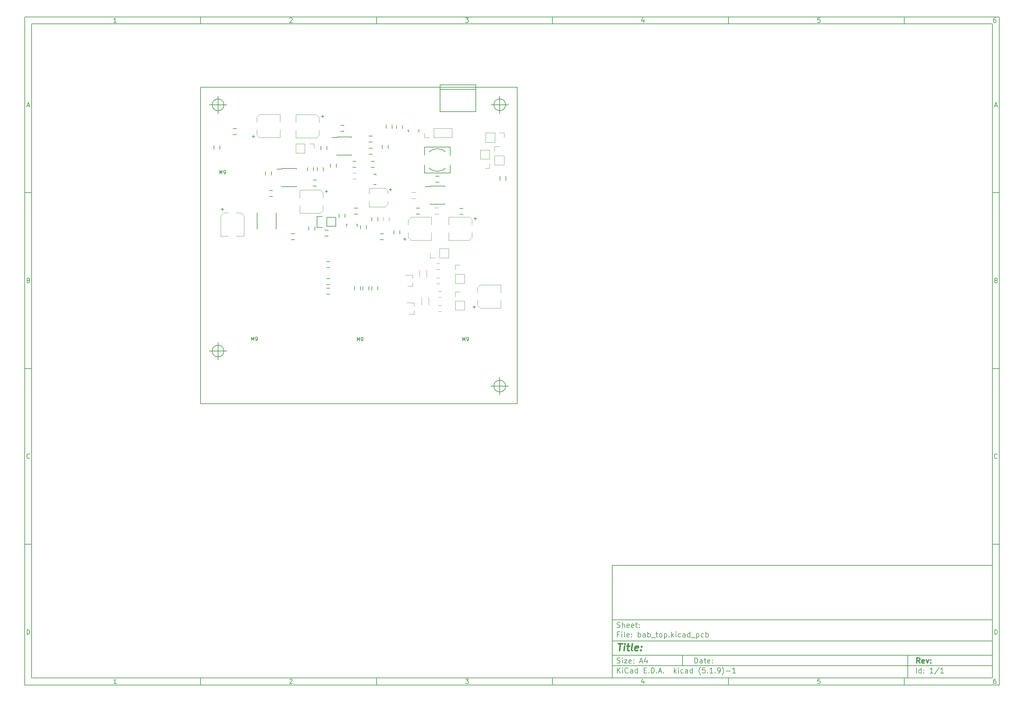
<source format=gbr>
G04 #@! TF.GenerationSoftware,KiCad,Pcbnew,(5.1.9)-1*
G04 #@! TF.CreationDate,2021-04-11T12:34:01+02:00*
G04 #@! TF.ProjectId,bab_top,6261625f-746f-4702-9e6b-696361645f70,rev?*
G04 #@! TF.SameCoordinates,Original*
G04 #@! TF.FileFunction,Legend,Top*
G04 #@! TF.FilePolarity,Positive*
%FSLAX46Y46*%
G04 Gerber Fmt 4.6, Leading zero omitted, Abs format (unit mm)*
G04 Created by KiCad (PCBNEW (5.1.9)-1) date 2021-04-11 12:34:01*
%MOMM*%
%LPD*%
G01*
G04 APERTURE LIST*
%ADD10C,0.100000*%
%ADD11C,0.150000*%
%ADD12C,0.300000*%
%ADD13C,0.400000*%
G04 #@! TA.AperFunction,Profile*
%ADD14C,0.150000*%
G04 #@! TD*
%ADD15C,0.120000*%
G04 APERTURE END LIST*
D10*
D11*
X177002200Y-166007200D02*
X177002200Y-198007200D01*
X285002200Y-198007200D01*
X285002200Y-166007200D01*
X177002200Y-166007200D01*
D10*
D11*
X10000000Y-10000000D02*
X10000000Y-200007200D01*
X287002200Y-200007200D01*
X287002200Y-10000000D01*
X10000000Y-10000000D01*
D10*
D11*
X12000000Y-12000000D02*
X12000000Y-198007200D01*
X285002200Y-198007200D01*
X285002200Y-12000000D01*
X12000000Y-12000000D01*
D10*
D11*
X60000000Y-12000000D02*
X60000000Y-10000000D01*
D10*
D11*
X110000000Y-12000000D02*
X110000000Y-10000000D01*
D10*
D11*
X160000000Y-12000000D02*
X160000000Y-10000000D01*
D10*
D11*
X210000000Y-12000000D02*
X210000000Y-10000000D01*
D10*
D11*
X260000000Y-12000000D02*
X260000000Y-10000000D01*
D10*
D11*
X36065476Y-11588095D02*
X35322619Y-11588095D01*
X35694047Y-11588095D02*
X35694047Y-10288095D01*
X35570238Y-10473809D01*
X35446428Y-10597619D01*
X35322619Y-10659523D01*
D10*
D11*
X85322619Y-10411904D02*
X85384523Y-10350000D01*
X85508333Y-10288095D01*
X85817857Y-10288095D01*
X85941666Y-10350000D01*
X86003571Y-10411904D01*
X86065476Y-10535714D01*
X86065476Y-10659523D01*
X86003571Y-10845238D01*
X85260714Y-11588095D01*
X86065476Y-11588095D01*
D10*
D11*
X135260714Y-10288095D02*
X136065476Y-10288095D01*
X135632142Y-10783333D01*
X135817857Y-10783333D01*
X135941666Y-10845238D01*
X136003571Y-10907142D01*
X136065476Y-11030952D01*
X136065476Y-11340476D01*
X136003571Y-11464285D01*
X135941666Y-11526190D01*
X135817857Y-11588095D01*
X135446428Y-11588095D01*
X135322619Y-11526190D01*
X135260714Y-11464285D01*
D10*
D11*
X185941666Y-10721428D02*
X185941666Y-11588095D01*
X185632142Y-10226190D02*
X185322619Y-11154761D01*
X186127380Y-11154761D01*
D10*
D11*
X236003571Y-10288095D02*
X235384523Y-10288095D01*
X235322619Y-10907142D01*
X235384523Y-10845238D01*
X235508333Y-10783333D01*
X235817857Y-10783333D01*
X235941666Y-10845238D01*
X236003571Y-10907142D01*
X236065476Y-11030952D01*
X236065476Y-11340476D01*
X236003571Y-11464285D01*
X235941666Y-11526190D01*
X235817857Y-11588095D01*
X235508333Y-11588095D01*
X235384523Y-11526190D01*
X235322619Y-11464285D01*
D10*
D11*
X285941666Y-10288095D02*
X285694047Y-10288095D01*
X285570238Y-10350000D01*
X285508333Y-10411904D01*
X285384523Y-10597619D01*
X285322619Y-10845238D01*
X285322619Y-11340476D01*
X285384523Y-11464285D01*
X285446428Y-11526190D01*
X285570238Y-11588095D01*
X285817857Y-11588095D01*
X285941666Y-11526190D01*
X286003571Y-11464285D01*
X286065476Y-11340476D01*
X286065476Y-11030952D01*
X286003571Y-10907142D01*
X285941666Y-10845238D01*
X285817857Y-10783333D01*
X285570238Y-10783333D01*
X285446428Y-10845238D01*
X285384523Y-10907142D01*
X285322619Y-11030952D01*
D10*
D11*
X60000000Y-198007200D02*
X60000000Y-200007200D01*
D10*
D11*
X110000000Y-198007200D02*
X110000000Y-200007200D01*
D10*
D11*
X160000000Y-198007200D02*
X160000000Y-200007200D01*
D10*
D11*
X210000000Y-198007200D02*
X210000000Y-200007200D01*
D10*
D11*
X260000000Y-198007200D02*
X260000000Y-200007200D01*
D10*
D11*
X36065476Y-199595295D02*
X35322619Y-199595295D01*
X35694047Y-199595295D02*
X35694047Y-198295295D01*
X35570238Y-198481009D01*
X35446428Y-198604819D01*
X35322619Y-198666723D01*
D10*
D11*
X85322619Y-198419104D02*
X85384523Y-198357200D01*
X85508333Y-198295295D01*
X85817857Y-198295295D01*
X85941666Y-198357200D01*
X86003571Y-198419104D01*
X86065476Y-198542914D01*
X86065476Y-198666723D01*
X86003571Y-198852438D01*
X85260714Y-199595295D01*
X86065476Y-199595295D01*
D10*
D11*
X135260714Y-198295295D02*
X136065476Y-198295295D01*
X135632142Y-198790533D01*
X135817857Y-198790533D01*
X135941666Y-198852438D01*
X136003571Y-198914342D01*
X136065476Y-199038152D01*
X136065476Y-199347676D01*
X136003571Y-199471485D01*
X135941666Y-199533390D01*
X135817857Y-199595295D01*
X135446428Y-199595295D01*
X135322619Y-199533390D01*
X135260714Y-199471485D01*
D10*
D11*
X185941666Y-198728628D02*
X185941666Y-199595295D01*
X185632142Y-198233390D02*
X185322619Y-199161961D01*
X186127380Y-199161961D01*
D10*
D11*
X236003571Y-198295295D02*
X235384523Y-198295295D01*
X235322619Y-198914342D01*
X235384523Y-198852438D01*
X235508333Y-198790533D01*
X235817857Y-198790533D01*
X235941666Y-198852438D01*
X236003571Y-198914342D01*
X236065476Y-199038152D01*
X236065476Y-199347676D01*
X236003571Y-199471485D01*
X235941666Y-199533390D01*
X235817857Y-199595295D01*
X235508333Y-199595295D01*
X235384523Y-199533390D01*
X235322619Y-199471485D01*
D10*
D11*
X285941666Y-198295295D02*
X285694047Y-198295295D01*
X285570238Y-198357200D01*
X285508333Y-198419104D01*
X285384523Y-198604819D01*
X285322619Y-198852438D01*
X285322619Y-199347676D01*
X285384523Y-199471485D01*
X285446428Y-199533390D01*
X285570238Y-199595295D01*
X285817857Y-199595295D01*
X285941666Y-199533390D01*
X286003571Y-199471485D01*
X286065476Y-199347676D01*
X286065476Y-199038152D01*
X286003571Y-198914342D01*
X285941666Y-198852438D01*
X285817857Y-198790533D01*
X285570238Y-198790533D01*
X285446428Y-198852438D01*
X285384523Y-198914342D01*
X285322619Y-199038152D01*
D10*
D11*
X10000000Y-60000000D02*
X12000000Y-60000000D01*
D10*
D11*
X10000000Y-110000000D02*
X12000000Y-110000000D01*
D10*
D11*
X10000000Y-160000000D02*
X12000000Y-160000000D01*
D10*
D11*
X10690476Y-35216666D02*
X11309523Y-35216666D01*
X10566666Y-35588095D02*
X11000000Y-34288095D01*
X11433333Y-35588095D01*
D10*
D11*
X11092857Y-84907142D02*
X11278571Y-84969047D01*
X11340476Y-85030952D01*
X11402380Y-85154761D01*
X11402380Y-85340476D01*
X11340476Y-85464285D01*
X11278571Y-85526190D01*
X11154761Y-85588095D01*
X10659523Y-85588095D01*
X10659523Y-84288095D01*
X11092857Y-84288095D01*
X11216666Y-84350000D01*
X11278571Y-84411904D01*
X11340476Y-84535714D01*
X11340476Y-84659523D01*
X11278571Y-84783333D01*
X11216666Y-84845238D01*
X11092857Y-84907142D01*
X10659523Y-84907142D01*
D10*
D11*
X11402380Y-135464285D02*
X11340476Y-135526190D01*
X11154761Y-135588095D01*
X11030952Y-135588095D01*
X10845238Y-135526190D01*
X10721428Y-135402380D01*
X10659523Y-135278571D01*
X10597619Y-135030952D01*
X10597619Y-134845238D01*
X10659523Y-134597619D01*
X10721428Y-134473809D01*
X10845238Y-134350000D01*
X11030952Y-134288095D01*
X11154761Y-134288095D01*
X11340476Y-134350000D01*
X11402380Y-134411904D01*
D10*
D11*
X10659523Y-185588095D02*
X10659523Y-184288095D01*
X10969047Y-184288095D01*
X11154761Y-184350000D01*
X11278571Y-184473809D01*
X11340476Y-184597619D01*
X11402380Y-184845238D01*
X11402380Y-185030952D01*
X11340476Y-185278571D01*
X11278571Y-185402380D01*
X11154761Y-185526190D01*
X10969047Y-185588095D01*
X10659523Y-185588095D01*
D10*
D11*
X287002200Y-60000000D02*
X285002200Y-60000000D01*
D10*
D11*
X287002200Y-110000000D02*
X285002200Y-110000000D01*
D10*
D11*
X287002200Y-160000000D02*
X285002200Y-160000000D01*
D10*
D11*
X285692676Y-35216666D02*
X286311723Y-35216666D01*
X285568866Y-35588095D02*
X286002200Y-34288095D01*
X286435533Y-35588095D01*
D10*
D11*
X286095057Y-84907142D02*
X286280771Y-84969047D01*
X286342676Y-85030952D01*
X286404580Y-85154761D01*
X286404580Y-85340476D01*
X286342676Y-85464285D01*
X286280771Y-85526190D01*
X286156961Y-85588095D01*
X285661723Y-85588095D01*
X285661723Y-84288095D01*
X286095057Y-84288095D01*
X286218866Y-84350000D01*
X286280771Y-84411904D01*
X286342676Y-84535714D01*
X286342676Y-84659523D01*
X286280771Y-84783333D01*
X286218866Y-84845238D01*
X286095057Y-84907142D01*
X285661723Y-84907142D01*
D10*
D11*
X286404580Y-135464285D02*
X286342676Y-135526190D01*
X286156961Y-135588095D01*
X286033152Y-135588095D01*
X285847438Y-135526190D01*
X285723628Y-135402380D01*
X285661723Y-135278571D01*
X285599819Y-135030952D01*
X285599819Y-134845238D01*
X285661723Y-134597619D01*
X285723628Y-134473809D01*
X285847438Y-134350000D01*
X286033152Y-134288095D01*
X286156961Y-134288095D01*
X286342676Y-134350000D01*
X286404580Y-134411904D01*
D10*
D11*
X285661723Y-185588095D02*
X285661723Y-184288095D01*
X285971247Y-184288095D01*
X286156961Y-184350000D01*
X286280771Y-184473809D01*
X286342676Y-184597619D01*
X286404580Y-184845238D01*
X286404580Y-185030952D01*
X286342676Y-185278571D01*
X286280771Y-185402380D01*
X286156961Y-185526190D01*
X285971247Y-185588095D01*
X285661723Y-185588095D01*
D10*
D11*
X200434342Y-193785771D02*
X200434342Y-192285771D01*
X200791485Y-192285771D01*
X201005771Y-192357200D01*
X201148628Y-192500057D01*
X201220057Y-192642914D01*
X201291485Y-192928628D01*
X201291485Y-193142914D01*
X201220057Y-193428628D01*
X201148628Y-193571485D01*
X201005771Y-193714342D01*
X200791485Y-193785771D01*
X200434342Y-193785771D01*
X202577200Y-193785771D02*
X202577200Y-193000057D01*
X202505771Y-192857200D01*
X202362914Y-192785771D01*
X202077200Y-192785771D01*
X201934342Y-192857200D01*
X202577200Y-193714342D02*
X202434342Y-193785771D01*
X202077200Y-193785771D01*
X201934342Y-193714342D01*
X201862914Y-193571485D01*
X201862914Y-193428628D01*
X201934342Y-193285771D01*
X202077200Y-193214342D01*
X202434342Y-193214342D01*
X202577200Y-193142914D01*
X203077200Y-192785771D02*
X203648628Y-192785771D01*
X203291485Y-192285771D02*
X203291485Y-193571485D01*
X203362914Y-193714342D01*
X203505771Y-193785771D01*
X203648628Y-193785771D01*
X204720057Y-193714342D02*
X204577200Y-193785771D01*
X204291485Y-193785771D01*
X204148628Y-193714342D01*
X204077200Y-193571485D01*
X204077200Y-193000057D01*
X204148628Y-192857200D01*
X204291485Y-192785771D01*
X204577200Y-192785771D01*
X204720057Y-192857200D01*
X204791485Y-193000057D01*
X204791485Y-193142914D01*
X204077200Y-193285771D01*
X205434342Y-193642914D02*
X205505771Y-193714342D01*
X205434342Y-193785771D01*
X205362914Y-193714342D01*
X205434342Y-193642914D01*
X205434342Y-193785771D01*
X205434342Y-192857200D02*
X205505771Y-192928628D01*
X205434342Y-193000057D01*
X205362914Y-192928628D01*
X205434342Y-192857200D01*
X205434342Y-193000057D01*
D10*
D11*
X177002200Y-194507200D02*
X285002200Y-194507200D01*
D10*
D11*
X178434342Y-196585771D02*
X178434342Y-195085771D01*
X179291485Y-196585771D02*
X178648628Y-195728628D01*
X179291485Y-195085771D02*
X178434342Y-195942914D01*
X179934342Y-196585771D02*
X179934342Y-195585771D01*
X179934342Y-195085771D02*
X179862914Y-195157200D01*
X179934342Y-195228628D01*
X180005771Y-195157200D01*
X179934342Y-195085771D01*
X179934342Y-195228628D01*
X181505771Y-196442914D02*
X181434342Y-196514342D01*
X181220057Y-196585771D01*
X181077200Y-196585771D01*
X180862914Y-196514342D01*
X180720057Y-196371485D01*
X180648628Y-196228628D01*
X180577200Y-195942914D01*
X180577200Y-195728628D01*
X180648628Y-195442914D01*
X180720057Y-195300057D01*
X180862914Y-195157200D01*
X181077200Y-195085771D01*
X181220057Y-195085771D01*
X181434342Y-195157200D01*
X181505771Y-195228628D01*
X182791485Y-196585771D02*
X182791485Y-195800057D01*
X182720057Y-195657200D01*
X182577200Y-195585771D01*
X182291485Y-195585771D01*
X182148628Y-195657200D01*
X182791485Y-196514342D02*
X182648628Y-196585771D01*
X182291485Y-196585771D01*
X182148628Y-196514342D01*
X182077200Y-196371485D01*
X182077200Y-196228628D01*
X182148628Y-196085771D01*
X182291485Y-196014342D01*
X182648628Y-196014342D01*
X182791485Y-195942914D01*
X184148628Y-196585771D02*
X184148628Y-195085771D01*
X184148628Y-196514342D02*
X184005771Y-196585771D01*
X183720057Y-196585771D01*
X183577200Y-196514342D01*
X183505771Y-196442914D01*
X183434342Y-196300057D01*
X183434342Y-195871485D01*
X183505771Y-195728628D01*
X183577200Y-195657200D01*
X183720057Y-195585771D01*
X184005771Y-195585771D01*
X184148628Y-195657200D01*
X186005771Y-195800057D02*
X186505771Y-195800057D01*
X186720057Y-196585771D02*
X186005771Y-196585771D01*
X186005771Y-195085771D01*
X186720057Y-195085771D01*
X187362914Y-196442914D02*
X187434342Y-196514342D01*
X187362914Y-196585771D01*
X187291485Y-196514342D01*
X187362914Y-196442914D01*
X187362914Y-196585771D01*
X188077200Y-196585771D02*
X188077200Y-195085771D01*
X188434342Y-195085771D01*
X188648628Y-195157200D01*
X188791485Y-195300057D01*
X188862914Y-195442914D01*
X188934342Y-195728628D01*
X188934342Y-195942914D01*
X188862914Y-196228628D01*
X188791485Y-196371485D01*
X188648628Y-196514342D01*
X188434342Y-196585771D01*
X188077200Y-196585771D01*
X189577200Y-196442914D02*
X189648628Y-196514342D01*
X189577200Y-196585771D01*
X189505771Y-196514342D01*
X189577200Y-196442914D01*
X189577200Y-196585771D01*
X190220057Y-196157200D02*
X190934342Y-196157200D01*
X190077200Y-196585771D02*
X190577200Y-195085771D01*
X191077200Y-196585771D01*
X191577200Y-196442914D02*
X191648628Y-196514342D01*
X191577200Y-196585771D01*
X191505771Y-196514342D01*
X191577200Y-196442914D01*
X191577200Y-196585771D01*
X194577200Y-196585771D02*
X194577200Y-195085771D01*
X194720057Y-196014342D02*
X195148628Y-196585771D01*
X195148628Y-195585771D02*
X194577200Y-196157200D01*
X195791485Y-196585771D02*
X195791485Y-195585771D01*
X195791485Y-195085771D02*
X195720057Y-195157200D01*
X195791485Y-195228628D01*
X195862914Y-195157200D01*
X195791485Y-195085771D01*
X195791485Y-195228628D01*
X197148628Y-196514342D02*
X197005771Y-196585771D01*
X196720057Y-196585771D01*
X196577200Y-196514342D01*
X196505771Y-196442914D01*
X196434342Y-196300057D01*
X196434342Y-195871485D01*
X196505771Y-195728628D01*
X196577200Y-195657200D01*
X196720057Y-195585771D01*
X197005771Y-195585771D01*
X197148628Y-195657200D01*
X198434342Y-196585771D02*
X198434342Y-195800057D01*
X198362914Y-195657200D01*
X198220057Y-195585771D01*
X197934342Y-195585771D01*
X197791485Y-195657200D01*
X198434342Y-196514342D02*
X198291485Y-196585771D01*
X197934342Y-196585771D01*
X197791485Y-196514342D01*
X197720057Y-196371485D01*
X197720057Y-196228628D01*
X197791485Y-196085771D01*
X197934342Y-196014342D01*
X198291485Y-196014342D01*
X198434342Y-195942914D01*
X199791485Y-196585771D02*
X199791485Y-195085771D01*
X199791485Y-196514342D02*
X199648628Y-196585771D01*
X199362914Y-196585771D01*
X199220057Y-196514342D01*
X199148628Y-196442914D01*
X199077200Y-196300057D01*
X199077200Y-195871485D01*
X199148628Y-195728628D01*
X199220057Y-195657200D01*
X199362914Y-195585771D01*
X199648628Y-195585771D01*
X199791485Y-195657200D01*
X202077200Y-197157200D02*
X202005771Y-197085771D01*
X201862914Y-196871485D01*
X201791485Y-196728628D01*
X201720057Y-196514342D01*
X201648628Y-196157200D01*
X201648628Y-195871485D01*
X201720057Y-195514342D01*
X201791485Y-195300057D01*
X201862914Y-195157200D01*
X202005771Y-194942914D01*
X202077200Y-194871485D01*
X203362914Y-195085771D02*
X202648628Y-195085771D01*
X202577200Y-195800057D01*
X202648628Y-195728628D01*
X202791485Y-195657200D01*
X203148628Y-195657200D01*
X203291485Y-195728628D01*
X203362914Y-195800057D01*
X203434342Y-195942914D01*
X203434342Y-196300057D01*
X203362914Y-196442914D01*
X203291485Y-196514342D01*
X203148628Y-196585771D01*
X202791485Y-196585771D01*
X202648628Y-196514342D01*
X202577200Y-196442914D01*
X204077200Y-196442914D02*
X204148628Y-196514342D01*
X204077200Y-196585771D01*
X204005771Y-196514342D01*
X204077200Y-196442914D01*
X204077200Y-196585771D01*
X205577200Y-196585771D02*
X204720057Y-196585771D01*
X205148628Y-196585771D02*
X205148628Y-195085771D01*
X205005771Y-195300057D01*
X204862914Y-195442914D01*
X204720057Y-195514342D01*
X206220057Y-196442914D02*
X206291485Y-196514342D01*
X206220057Y-196585771D01*
X206148628Y-196514342D01*
X206220057Y-196442914D01*
X206220057Y-196585771D01*
X207005771Y-196585771D02*
X207291485Y-196585771D01*
X207434342Y-196514342D01*
X207505771Y-196442914D01*
X207648628Y-196228628D01*
X207720057Y-195942914D01*
X207720057Y-195371485D01*
X207648628Y-195228628D01*
X207577200Y-195157200D01*
X207434342Y-195085771D01*
X207148628Y-195085771D01*
X207005771Y-195157200D01*
X206934342Y-195228628D01*
X206862914Y-195371485D01*
X206862914Y-195728628D01*
X206934342Y-195871485D01*
X207005771Y-195942914D01*
X207148628Y-196014342D01*
X207434342Y-196014342D01*
X207577200Y-195942914D01*
X207648628Y-195871485D01*
X207720057Y-195728628D01*
X208220057Y-197157200D02*
X208291485Y-197085771D01*
X208434342Y-196871485D01*
X208505771Y-196728628D01*
X208577200Y-196514342D01*
X208648628Y-196157200D01*
X208648628Y-195871485D01*
X208577200Y-195514342D01*
X208505771Y-195300057D01*
X208434342Y-195157200D01*
X208291485Y-194942914D01*
X208220057Y-194871485D01*
X209362914Y-196014342D02*
X210505771Y-196014342D01*
X212005771Y-196585771D02*
X211148628Y-196585771D01*
X211577200Y-196585771D02*
X211577200Y-195085771D01*
X211434342Y-195300057D01*
X211291485Y-195442914D01*
X211148628Y-195514342D01*
D10*
D11*
X177002200Y-191507200D02*
X285002200Y-191507200D01*
D10*
D12*
X264411485Y-193785771D02*
X263911485Y-193071485D01*
X263554342Y-193785771D02*
X263554342Y-192285771D01*
X264125771Y-192285771D01*
X264268628Y-192357200D01*
X264340057Y-192428628D01*
X264411485Y-192571485D01*
X264411485Y-192785771D01*
X264340057Y-192928628D01*
X264268628Y-193000057D01*
X264125771Y-193071485D01*
X263554342Y-193071485D01*
X265625771Y-193714342D02*
X265482914Y-193785771D01*
X265197200Y-193785771D01*
X265054342Y-193714342D01*
X264982914Y-193571485D01*
X264982914Y-193000057D01*
X265054342Y-192857200D01*
X265197200Y-192785771D01*
X265482914Y-192785771D01*
X265625771Y-192857200D01*
X265697200Y-193000057D01*
X265697200Y-193142914D01*
X264982914Y-193285771D01*
X266197200Y-192785771D02*
X266554342Y-193785771D01*
X266911485Y-192785771D01*
X267482914Y-193642914D02*
X267554342Y-193714342D01*
X267482914Y-193785771D01*
X267411485Y-193714342D01*
X267482914Y-193642914D01*
X267482914Y-193785771D01*
X267482914Y-192857200D02*
X267554342Y-192928628D01*
X267482914Y-193000057D01*
X267411485Y-192928628D01*
X267482914Y-192857200D01*
X267482914Y-193000057D01*
D10*
D11*
X178362914Y-193714342D02*
X178577200Y-193785771D01*
X178934342Y-193785771D01*
X179077200Y-193714342D01*
X179148628Y-193642914D01*
X179220057Y-193500057D01*
X179220057Y-193357200D01*
X179148628Y-193214342D01*
X179077200Y-193142914D01*
X178934342Y-193071485D01*
X178648628Y-193000057D01*
X178505771Y-192928628D01*
X178434342Y-192857200D01*
X178362914Y-192714342D01*
X178362914Y-192571485D01*
X178434342Y-192428628D01*
X178505771Y-192357200D01*
X178648628Y-192285771D01*
X179005771Y-192285771D01*
X179220057Y-192357200D01*
X179862914Y-193785771D02*
X179862914Y-192785771D01*
X179862914Y-192285771D02*
X179791485Y-192357200D01*
X179862914Y-192428628D01*
X179934342Y-192357200D01*
X179862914Y-192285771D01*
X179862914Y-192428628D01*
X180434342Y-192785771D02*
X181220057Y-192785771D01*
X180434342Y-193785771D01*
X181220057Y-193785771D01*
X182362914Y-193714342D02*
X182220057Y-193785771D01*
X181934342Y-193785771D01*
X181791485Y-193714342D01*
X181720057Y-193571485D01*
X181720057Y-193000057D01*
X181791485Y-192857200D01*
X181934342Y-192785771D01*
X182220057Y-192785771D01*
X182362914Y-192857200D01*
X182434342Y-193000057D01*
X182434342Y-193142914D01*
X181720057Y-193285771D01*
X183077200Y-193642914D02*
X183148628Y-193714342D01*
X183077200Y-193785771D01*
X183005771Y-193714342D01*
X183077200Y-193642914D01*
X183077200Y-193785771D01*
X183077200Y-192857200D02*
X183148628Y-192928628D01*
X183077200Y-193000057D01*
X183005771Y-192928628D01*
X183077200Y-192857200D01*
X183077200Y-193000057D01*
X184862914Y-193357200D02*
X185577200Y-193357200D01*
X184720057Y-193785771D02*
X185220057Y-192285771D01*
X185720057Y-193785771D01*
X186862914Y-192785771D02*
X186862914Y-193785771D01*
X186505771Y-192214342D02*
X186148628Y-193285771D01*
X187077200Y-193285771D01*
D10*
D11*
X263434342Y-196585771D02*
X263434342Y-195085771D01*
X264791485Y-196585771D02*
X264791485Y-195085771D01*
X264791485Y-196514342D02*
X264648628Y-196585771D01*
X264362914Y-196585771D01*
X264220057Y-196514342D01*
X264148628Y-196442914D01*
X264077200Y-196300057D01*
X264077200Y-195871485D01*
X264148628Y-195728628D01*
X264220057Y-195657200D01*
X264362914Y-195585771D01*
X264648628Y-195585771D01*
X264791485Y-195657200D01*
X265505771Y-196442914D02*
X265577200Y-196514342D01*
X265505771Y-196585771D01*
X265434342Y-196514342D01*
X265505771Y-196442914D01*
X265505771Y-196585771D01*
X265505771Y-195657200D02*
X265577200Y-195728628D01*
X265505771Y-195800057D01*
X265434342Y-195728628D01*
X265505771Y-195657200D01*
X265505771Y-195800057D01*
X268148628Y-196585771D02*
X267291485Y-196585771D01*
X267720057Y-196585771D02*
X267720057Y-195085771D01*
X267577200Y-195300057D01*
X267434342Y-195442914D01*
X267291485Y-195514342D01*
X269862914Y-195014342D02*
X268577200Y-196942914D01*
X271148628Y-196585771D02*
X270291485Y-196585771D01*
X270720057Y-196585771D02*
X270720057Y-195085771D01*
X270577200Y-195300057D01*
X270434342Y-195442914D01*
X270291485Y-195514342D01*
D10*
D11*
X177002200Y-187507200D02*
X285002200Y-187507200D01*
D10*
D13*
X178714580Y-188211961D02*
X179857438Y-188211961D01*
X179036009Y-190211961D02*
X179286009Y-188211961D01*
X180274104Y-190211961D02*
X180440771Y-188878628D01*
X180524104Y-188211961D02*
X180416961Y-188307200D01*
X180500295Y-188402438D01*
X180607438Y-188307200D01*
X180524104Y-188211961D01*
X180500295Y-188402438D01*
X181107438Y-188878628D02*
X181869342Y-188878628D01*
X181476485Y-188211961D02*
X181262200Y-189926247D01*
X181333628Y-190116723D01*
X181512200Y-190211961D01*
X181702676Y-190211961D01*
X182655057Y-190211961D02*
X182476485Y-190116723D01*
X182405057Y-189926247D01*
X182619342Y-188211961D01*
X184190771Y-190116723D02*
X183988390Y-190211961D01*
X183607438Y-190211961D01*
X183428866Y-190116723D01*
X183357438Y-189926247D01*
X183452676Y-189164342D01*
X183571723Y-188973866D01*
X183774104Y-188878628D01*
X184155057Y-188878628D01*
X184333628Y-188973866D01*
X184405057Y-189164342D01*
X184381247Y-189354819D01*
X183405057Y-189545295D01*
X185155057Y-190021485D02*
X185238390Y-190116723D01*
X185131247Y-190211961D01*
X185047914Y-190116723D01*
X185155057Y-190021485D01*
X185131247Y-190211961D01*
X185286009Y-188973866D02*
X185369342Y-189069104D01*
X185262200Y-189164342D01*
X185178866Y-189069104D01*
X185286009Y-188973866D01*
X185262200Y-189164342D01*
D10*
D11*
X178934342Y-185600057D02*
X178434342Y-185600057D01*
X178434342Y-186385771D02*
X178434342Y-184885771D01*
X179148628Y-184885771D01*
X179720057Y-186385771D02*
X179720057Y-185385771D01*
X179720057Y-184885771D02*
X179648628Y-184957200D01*
X179720057Y-185028628D01*
X179791485Y-184957200D01*
X179720057Y-184885771D01*
X179720057Y-185028628D01*
X180648628Y-186385771D02*
X180505771Y-186314342D01*
X180434342Y-186171485D01*
X180434342Y-184885771D01*
X181791485Y-186314342D02*
X181648628Y-186385771D01*
X181362914Y-186385771D01*
X181220057Y-186314342D01*
X181148628Y-186171485D01*
X181148628Y-185600057D01*
X181220057Y-185457200D01*
X181362914Y-185385771D01*
X181648628Y-185385771D01*
X181791485Y-185457200D01*
X181862914Y-185600057D01*
X181862914Y-185742914D01*
X181148628Y-185885771D01*
X182505771Y-186242914D02*
X182577200Y-186314342D01*
X182505771Y-186385771D01*
X182434342Y-186314342D01*
X182505771Y-186242914D01*
X182505771Y-186385771D01*
X182505771Y-185457200D02*
X182577200Y-185528628D01*
X182505771Y-185600057D01*
X182434342Y-185528628D01*
X182505771Y-185457200D01*
X182505771Y-185600057D01*
X184362914Y-186385771D02*
X184362914Y-184885771D01*
X184362914Y-185457200D02*
X184505771Y-185385771D01*
X184791485Y-185385771D01*
X184934342Y-185457200D01*
X185005771Y-185528628D01*
X185077200Y-185671485D01*
X185077200Y-186100057D01*
X185005771Y-186242914D01*
X184934342Y-186314342D01*
X184791485Y-186385771D01*
X184505771Y-186385771D01*
X184362914Y-186314342D01*
X186362914Y-186385771D02*
X186362914Y-185600057D01*
X186291485Y-185457200D01*
X186148628Y-185385771D01*
X185862914Y-185385771D01*
X185720057Y-185457200D01*
X186362914Y-186314342D02*
X186220057Y-186385771D01*
X185862914Y-186385771D01*
X185720057Y-186314342D01*
X185648628Y-186171485D01*
X185648628Y-186028628D01*
X185720057Y-185885771D01*
X185862914Y-185814342D01*
X186220057Y-185814342D01*
X186362914Y-185742914D01*
X187077200Y-186385771D02*
X187077200Y-184885771D01*
X187077200Y-185457200D02*
X187220057Y-185385771D01*
X187505771Y-185385771D01*
X187648628Y-185457200D01*
X187720057Y-185528628D01*
X187791485Y-185671485D01*
X187791485Y-186100057D01*
X187720057Y-186242914D01*
X187648628Y-186314342D01*
X187505771Y-186385771D01*
X187220057Y-186385771D01*
X187077200Y-186314342D01*
X188077200Y-186528628D02*
X189220057Y-186528628D01*
X189362914Y-185385771D02*
X189934342Y-185385771D01*
X189577200Y-184885771D02*
X189577200Y-186171485D01*
X189648628Y-186314342D01*
X189791485Y-186385771D01*
X189934342Y-186385771D01*
X190648628Y-186385771D02*
X190505771Y-186314342D01*
X190434342Y-186242914D01*
X190362914Y-186100057D01*
X190362914Y-185671485D01*
X190434342Y-185528628D01*
X190505771Y-185457200D01*
X190648628Y-185385771D01*
X190862914Y-185385771D01*
X191005771Y-185457200D01*
X191077200Y-185528628D01*
X191148628Y-185671485D01*
X191148628Y-186100057D01*
X191077200Y-186242914D01*
X191005771Y-186314342D01*
X190862914Y-186385771D01*
X190648628Y-186385771D01*
X191791485Y-185385771D02*
X191791485Y-186885771D01*
X191791485Y-185457200D02*
X191934342Y-185385771D01*
X192220057Y-185385771D01*
X192362914Y-185457200D01*
X192434342Y-185528628D01*
X192505771Y-185671485D01*
X192505771Y-186100057D01*
X192434342Y-186242914D01*
X192362914Y-186314342D01*
X192220057Y-186385771D01*
X191934342Y-186385771D01*
X191791485Y-186314342D01*
X193148628Y-186242914D02*
X193220057Y-186314342D01*
X193148628Y-186385771D01*
X193077200Y-186314342D01*
X193148628Y-186242914D01*
X193148628Y-186385771D01*
X193862914Y-186385771D02*
X193862914Y-184885771D01*
X194005771Y-185814342D02*
X194434342Y-186385771D01*
X194434342Y-185385771D02*
X193862914Y-185957200D01*
X195077200Y-186385771D02*
X195077200Y-185385771D01*
X195077200Y-184885771D02*
X195005771Y-184957200D01*
X195077200Y-185028628D01*
X195148628Y-184957200D01*
X195077200Y-184885771D01*
X195077200Y-185028628D01*
X196434342Y-186314342D02*
X196291485Y-186385771D01*
X196005771Y-186385771D01*
X195862914Y-186314342D01*
X195791485Y-186242914D01*
X195720057Y-186100057D01*
X195720057Y-185671485D01*
X195791485Y-185528628D01*
X195862914Y-185457200D01*
X196005771Y-185385771D01*
X196291485Y-185385771D01*
X196434342Y-185457200D01*
X197720057Y-186385771D02*
X197720057Y-185600057D01*
X197648628Y-185457200D01*
X197505771Y-185385771D01*
X197220057Y-185385771D01*
X197077200Y-185457200D01*
X197720057Y-186314342D02*
X197577200Y-186385771D01*
X197220057Y-186385771D01*
X197077200Y-186314342D01*
X197005771Y-186171485D01*
X197005771Y-186028628D01*
X197077200Y-185885771D01*
X197220057Y-185814342D01*
X197577200Y-185814342D01*
X197720057Y-185742914D01*
X199077200Y-186385771D02*
X199077200Y-184885771D01*
X199077200Y-186314342D02*
X198934342Y-186385771D01*
X198648628Y-186385771D01*
X198505771Y-186314342D01*
X198434342Y-186242914D01*
X198362914Y-186100057D01*
X198362914Y-185671485D01*
X198434342Y-185528628D01*
X198505771Y-185457200D01*
X198648628Y-185385771D01*
X198934342Y-185385771D01*
X199077200Y-185457200D01*
X199434342Y-186528628D02*
X200577200Y-186528628D01*
X200934342Y-185385771D02*
X200934342Y-186885771D01*
X200934342Y-185457200D02*
X201077200Y-185385771D01*
X201362914Y-185385771D01*
X201505771Y-185457200D01*
X201577200Y-185528628D01*
X201648628Y-185671485D01*
X201648628Y-186100057D01*
X201577200Y-186242914D01*
X201505771Y-186314342D01*
X201362914Y-186385771D01*
X201077200Y-186385771D01*
X200934342Y-186314342D01*
X202934342Y-186314342D02*
X202791485Y-186385771D01*
X202505771Y-186385771D01*
X202362914Y-186314342D01*
X202291485Y-186242914D01*
X202220057Y-186100057D01*
X202220057Y-185671485D01*
X202291485Y-185528628D01*
X202362914Y-185457200D01*
X202505771Y-185385771D01*
X202791485Y-185385771D01*
X202934342Y-185457200D01*
X203577200Y-186385771D02*
X203577200Y-184885771D01*
X203577200Y-185457200D02*
X203720057Y-185385771D01*
X204005771Y-185385771D01*
X204148628Y-185457200D01*
X204220057Y-185528628D01*
X204291485Y-185671485D01*
X204291485Y-186100057D01*
X204220057Y-186242914D01*
X204148628Y-186314342D01*
X204005771Y-186385771D01*
X203720057Y-186385771D01*
X203577200Y-186314342D01*
D10*
D11*
X177002200Y-181507200D02*
X285002200Y-181507200D01*
D10*
D11*
X178362914Y-183614342D02*
X178577200Y-183685771D01*
X178934342Y-183685771D01*
X179077200Y-183614342D01*
X179148628Y-183542914D01*
X179220057Y-183400057D01*
X179220057Y-183257200D01*
X179148628Y-183114342D01*
X179077200Y-183042914D01*
X178934342Y-182971485D01*
X178648628Y-182900057D01*
X178505771Y-182828628D01*
X178434342Y-182757200D01*
X178362914Y-182614342D01*
X178362914Y-182471485D01*
X178434342Y-182328628D01*
X178505771Y-182257200D01*
X178648628Y-182185771D01*
X179005771Y-182185771D01*
X179220057Y-182257200D01*
X179862914Y-183685771D02*
X179862914Y-182185771D01*
X180505771Y-183685771D02*
X180505771Y-182900057D01*
X180434342Y-182757200D01*
X180291485Y-182685771D01*
X180077200Y-182685771D01*
X179934342Y-182757200D01*
X179862914Y-182828628D01*
X181791485Y-183614342D02*
X181648628Y-183685771D01*
X181362914Y-183685771D01*
X181220057Y-183614342D01*
X181148628Y-183471485D01*
X181148628Y-182900057D01*
X181220057Y-182757200D01*
X181362914Y-182685771D01*
X181648628Y-182685771D01*
X181791485Y-182757200D01*
X181862914Y-182900057D01*
X181862914Y-183042914D01*
X181148628Y-183185771D01*
X183077200Y-183614342D02*
X182934342Y-183685771D01*
X182648628Y-183685771D01*
X182505771Y-183614342D01*
X182434342Y-183471485D01*
X182434342Y-182900057D01*
X182505771Y-182757200D01*
X182648628Y-182685771D01*
X182934342Y-182685771D01*
X183077200Y-182757200D01*
X183148628Y-182900057D01*
X183148628Y-183042914D01*
X182434342Y-183185771D01*
X183577200Y-182685771D02*
X184148628Y-182685771D01*
X183791485Y-182185771D02*
X183791485Y-183471485D01*
X183862914Y-183614342D01*
X184005771Y-183685771D01*
X184148628Y-183685771D01*
X184648628Y-183542914D02*
X184720057Y-183614342D01*
X184648628Y-183685771D01*
X184577200Y-183614342D01*
X184648628Y-183542914D01*
X184648628Y-183685771D01*
X184648628Y-182757200D02*
X184720057Y-182828628D01*
X184648628Y-182900057D01*
X184577200Y-182828628D01*
X184648628Y-182757200D01*
X184648628Y-182900057D01*
D10*
D11*
X197002200Y-191507200D02*
X197002200Y-194507200D01*
D10*
D11*
X261002200Y-191507200D02*
X261002200Y-198007200D01*
D14*
X150000000Y-30000000D02*
X150000000Y-120000000D01*
X60000000Y-30000000D02*
X60000000Y-120000000D01*
X150000000Y-30000000D02*
X60000000Y-30000000D01*
X60000000Y-120000000D02*
X150000000Y-120000000D01*
X146666666Y-115000000D02*
G75*
G03*
X146666666Y-115000000I-1666666J0D01*
G01*
X142500000Y-115000000D02*
X147500000Y-115000000D01*
X145000000Y-112500000D02*
X145000000Y-117500000D01*
X66633903Y-35008759D02*
G75*
G03*
X66633903Y-35008759I-1666666J0D01*
G01*
X62467237Y-35008759D02*
X67467237Y-35008759D01*
X64967237Y-32508759D02*
X64967237Y-37508759D01*
X66605474Y-105026938D02*
G75*
G03*
X66605474Y-105026938I-1666666J0D01*
G01*
X62438808Y-105026938D02*
X67438808Y-105026938D01*
X64938808Y-102526938D02*
X64938808Y-107526938D01*
X146666666Y-34989010D02*
G75*
G03*
X146666666Y-34989010I-1666666J0D01*
G01*
X142500000Y-34989010D02*
X147500000Y-34989010D01*
X145000000Y-32489010D02*
X145000000Y-37489010D01*
D15*
X94040000Y-65800000D02*
X88200000Y-65800000D01*
X94800000Y-65040000D02*
X94040000Y-65800000D01*
X94040000Y-59200000D02*
X94800000Y-59960000D01*
X88200000Y-59200000D02*
X94040000Y-59200000D01*
X94800000Y-65040000D02*
X94800000Y-63620000D01*
X88200000Y-65800000D02*
X88200000Y-63620000D01*
X88200000Y-59200000D02*
X88200000Y-61380000D01*
X94800000Y-59960000D02*
X94800000Y-61380000D01*
D11*
X138180000Y-29290000D02*
X128020000Y-29290000D01*
X138180000Y-36910000D02*
X138180000Y-29290000D01*
X128020000Y-36910000D02*
X138180000Y-36910000D01*
X128020000Y-29290000D02*
X128020000Y-36910000D01*
X128020000Y-30560000D02*
X138180000Y-30560000D01*
X96750000Y-79650000D02*
X95750000Y-79650000D01*
X95750000Y-81350000D02*
X96750000Y-81350000D01*
X110323381Y-87667265D02*
X110323381Y-86667265D01*
X108623381Y-86667265D02*
X108623381Y-87667265D01*
X81475000Y-70300000D02*
X81475000Y-65700000D01*
X76025000Y-65700000D02*
X76025000Y-70300000D01*
X78400000Y-54000000D02*
X78400000Y-55000000D01*
X80100000Y-55000000D02*
X80100000Y-54000000D01*
X93150000Y-52750000D02*
X93150000Y-53750000D01*
X94850000Y-53750000D02*
X94850000Y-52750000D01*
X117350000Y-41800000D02*
X117350000Y-40800000D01*
X115650000Y-40800000D02*
X115650000Y-41800000D01*
X134600000Y-64450000D02*
X133600000Y-64450000D01*
X133600000Y-66150000D02*
X134600000Y-66150000D01*
X126800000Y-57050000D02*
X127800000Y-57050000D01*
X127800000Y-55350000D02*
X126800000Y-55350000D01*
X121300000Y-66050000D02*
X122300000Y-66050000D01*
X122300000Y-64350000D02*
X121300000Y-64350000D01*
X130950000Y-54350000D02*
X123650000Y-54350000D01*
X123650000Y-47050000D02*
X130950000Y-47050000D01*
X130950000Y-54350000D02*
X130950000Y-52100000D01*
X130950000Y-47050000D02*
X130950000Y-49300000D01*
X123650000Y-54350000D02*
X123650000Y-52100000D01*
X123650000Y-47050000D02*
X123650000Y-49300000D01*
X129586000Y-48414000D02*
G75*
G03*
X125014000Y-48414000I-2286000J-2286000D01*
G01*
X125014000Y-52986000D02*
G75*
G03*
X129586000Y-52986000I2286000J2286000D01*
G01*
X103773381Y-86617265D02*
X103773381Y-87617265D01*
X105473381Y-87617265D02*
X105473381Y-86617265D01*
X107823381Y-87667265D02*
X107823381Y-86667265D01*
X106123381Y-86667265D02*
X106123381Y-87667265D01*
X86750000Y-71650000D02*
X85750000Y-71650000D01*
X85750000Y-73350000D02*
X86750000Y-73350000D01*
X80500000Y-59400000D02*
X79500000Y-59400000D01*
X79500000Y-61100000D02*
X80500000Y-61100000D01*
X100800000Y-40850000D02*
X99800000Y-40850000D01*
X99800000Y-42550000D02*
X100800000Y-42550000D01*
X94150000Y-46750000D02*
X94150000Y-47750000D01*
X95850000Y-47750000D02*
X95850000Y-46750000D01*
X65450000Y-47600000D02*
X65450000Y-46600000D01*
X63750000Y-46600000D02*
X63750000Y-47600000D01*
X70200000Y-41750000D02*
X69200000Y-41750000D01*
X69200000Y-43450000D02*
X70200000Y-43450000D01*
X90400000Y-52750000D02*
X90400000Y-53750000D01*
X92100000Y-53750000D02*
X92100000Y-52750000D01*
X92000000Y-58100000D02*
X93000000Y-58100000D01*
X93000000Y-56400000D02*
X92000000Y-56400000D01*
X103200000Y-52750000D02*
X104200000Y-52750000D01*
X104200000Y-51050000D02*
X103200000Y-51050000D01*
X108400000Y-52750000D02*
X109400000Y-52750000D01*
X109400000Y-51050000D02*
X108400000Y-51050000D01*
X111650000Y-46400000D02*
X111650000Y-47400000D01*
X113350000Y-47400000D02*
X113350000Y-46400000D01*
X107800000Y-49050000D02*
X108800000Y-49050000D01*
X108800000Y-47350000D02*
X107800000Y-47350000D01*
X108800000Y-43850000D02*
X107800000Y-43850000D01*
X107800000Y-45550000D02*
X108800000Y-45550000D01*
X114450000Y-41700000D02*
X114450000Y-40700000D01*
X112750000Y-40700000D02*
X112750000Y-41700000D01*
X83125000Y-53270000D02*
X81725000Y-53270000D01*
X83125000Y-58275000D02*
X87275000Y-58275000D01*
X83125000Y-53125000D02*
X87275000Y-53125000D01*
X83125000Y-58275000D02*
X83125000Y-58130000D01*
X87275000Y-58275000D02*
X87275000Y-58130000D01*
X87275000Y-53125000D02*
X87275000Y-53270000D01*
X83125000Y-53125000D02*
X83125000Y-53270000D01*
X98725000Y-44270000D02*
X97325000Y-44270000D01*
X98725000Y-49275000D02*
X102875000Y-49275000D01*
X98725000Y-44125000D02*
X102875000Y-44125000D01*
X98725000Y-49275000D02*
X98725000Y-49130000D01*
X102875000Y-49275000D02*
X102875000Y-49130000D01*
X102875000Y-44125000D02*
X102875000Y-44270000D01*
X98725000Y-44125000D02*
X98725000Y-44270000D01*
X125225000Y-58270000D02*
X123825000Y-58270000D01*
X125225000Y-63275000D02*
X129375000Y-63275000D01*
X125225000Y-58125000D02*
X129375000Y-58125000D01*
X125225000Y-63275000D02*
X125225000Y-63130000D01*
X129375000Y-63275000D02*
X129375000Y-63130000D01*
X129375000Y-58125000D02*
X129375000Y-58270000D01*
X125225000Y-58125000D02*
X125225000Y-58270000D01*
X145025000Y-56500000D02*
X145025000Y-55300000D01*
X146775000Y-55300000D02*
X146775000Y-56500000D01*
X90750000Y-69600000D02*
X90750000Y-70600000D01*
X92450000Y-70600000D02*
X92450000Y-69600000D01*
X112000000Y-71650000D02*
X111000000Y-71650000D01*
X111000000Y-73350000D02*
X112000000Y-73350000D01*
X98410000Y-69570000D02*
X98410000Y-67030000D01*
X95870000Y-69570000D02*
X98410000Y-69570000D01*
X93050000Y-69850000D02*
X93050000Y-66750000D01*
X94600000Y-69850000D02*
X93050000Y-69850000D01*
X95870000Y-67030000D02*
X95870000Y-69570000D01*
X93050000Y-66750000D02*
X94600000Y-66750000D01*
X95870000Y-67030000D02*
X98410000Y-67030000D01*
X104499820Y-68949760D02*
X104499820Y-69650800D01*
X104299160Y-68949760D02*
X104499820Y-68949760D01*
X101500180Y-68949760D02*
X101749100Y-68949760D01*
X101500180Y-69650800D02*
X101500180Y-68949760D01*
X95300000Y-72350000D02*
X96300000Y-72350000D01*
X96300000Y-70650000D02*
X95300000Y-70650000D01*
X101050000Y-67000000D02*
X101050000Y-66000000D01*
X99350000Y-66000000D02*
X99350000Y-67000000D01*
X103700000Y-66050000D02*
X104700000Y-66050000D01*
X104700000Y-64350000D02*
X103700000Y-64350000D01*
X107150000Y-70300000D02*
X107150000Y-69300000D01*
X105450000Y-69300000D02*
X105450000Y-70300000D01*
X116600000Y-71750000D02*
X116600000Y-70750000D01*
X114900000Y-70750000D02*
X114900000Y-71750000D01*
X98600000Y-52750000D02*
X98600000Y-51750000D01*
X96900000Y-51750000D02*
X96900000Y-52750000D01*
X108650000Y-67000000D02*
X108650000Y-68000000D01*
X110350000Y-68000000D02*
X110350000Y-67000000D01*
X96750000Y-84400000D02*
X95750000Y-84400000D01*
X95750000Y-86100000D02*
X96750000Y-86100000D01*
X96750000Y-87150000D02*
X95750000Y-87150000D01*
X95750000Y-88850000D02*
X96750000Y-88850000D01*
X109850240Y-57699820D02*
X109149200Y-57699820D01*
X109850240Y-57499160D02*
X109850240Y-57699820D01*
X109850240Y-54700180D02*
X109850240Y-54949100D01*
X109149200Y-54700180D02*
X109850240Y-54700180D01*
X119000180Y-42650240D02*
X119000180Y-41949200D01*
X119200840Y-42650240D02*
X119000180Y-42650240D01*
X121999820Y-42650240D02*
X121750900Y-42650240D01*
X121999820Y-41949200D02*
X121999820Y-42650240D01*
D15*
X104250000Y-54400000D02*
X103250000Y-54400000D01*
X103250000Y-56100000D02*
X104250000Y-56100000D01*
X113600000Y-68000000D02*
X113600000Y-67000000D01*
X111900000Y-67000000D02*
X111900000Y-68000000D01*
X123670000Y-44330000D02*
X123670000Y-43000000D01*
X125000000Y-44330000D02*
X123670000Y-44330000D01*
X126270000Y-44330000D02*
X126270000Y-41670000D01*
X126270000Y-41670000D02*
X131410000Y-41670000D01*
X126270000Y-44330000D02*
X131410000Y-44330000D01*
X131410000Y-44330000D02*
X131410000Y-41670000D01*
X124820000Y-91900000D02*
X124820000Y-89900000D01*
X122780000Y-89900000D02*
X122780000Y-91900000D01*
X128500000Y-88050000D02*
X127500000Y-88050000D01*
X127500000Y-89750000D02*
X128500000Y-89750000D01*
X122180000Y-82000000D02*
X122180000Y-84000000D01*
X124220000Y-84000000D02*
X124220000Y-82000000D01*
X127000000Y-81850000D02*
X128000000Y-81850000D01*
X128000000Y-80150000D02*
X127000000Y-80150000D01*
X138725001Y-92065001D02*
X138725001Y-90645001D01*
X145325001Y-92825001D02*
X145325001Y-90645001D01*
X145325001Y-86225001D02*
X145325001Y-88405001D01*
X138725001Y-86985001D02*
X138725001Y-88405001D01*
X145325001Y-92825001D02*
X139485001Y-92825001D01*
X139485001Y-92825001D02*
X138725001Y-92065001D01*
X138725001Y-86985001D02*
X139485001Y-86225001D01*
X139485001Y-86225001D02*
X145325001Y-86225001D01*
X132370000Y-93370000D02*
X135030000Y-93370000D01*
X132370000Y-90770000D02*
X132370000Y-93370000D01*
X135030000Y-90770000D02*
X135030000Y-93370000D01*
X132370000Y-90770000D02*
X135030000Y-90770000D01*
X132370000Y-89500000D02*
X132370000Y-88170000D01*
X132370000Y-88170000D02*
X133700000Y-88170000D01*
X132370000Y-80570000D02*
X133700000Y-80570000D01*
X132370000Y-81900000D02*
X132370000Y-80570000D01*
X132370000Y-83170000D02*
X135030000Y-83170000D01*
X135030000Y-83170000D02*
X135030000Y-85770000D01*
X132370000Y-83170000D02*
X132370000Y-85770000D01*
X132370000Y-85770000D02*
X135030000Y-85770000D01*
X120660000Y-94480000D02*
X120660000Y-93550000D01*
X120660000Y-91320000D02*
X120660000Y-92250000D01*
X120660000Y-91320000D02*
X118500000Y-91320000D01*
X120660000Y-94480000D02*
X119200000Y-94480000D01*
X120260000Y-86580000D02*
X118800000Y-86580000D01*
X120260000Y-83420000D02*
X118100000Y-83420000D01*
X120260000Y-83420000D02*
X120260000Y-84350000D01*
X120260000Y-86580000D02*
X120260000Y-85650000D01*
X75950000Y-43540000D02*
X75950000Y-42120000D01*
X82550000Y-44300000D02*
X82550000Y-42120000D01*
X82550000Y-37700000D02*
X82550000Y-39880000D01*
X75950000Y-38460000D02*
X75950000Y-39880000D01*
X82550000Y-44300000D02*
X76710000Y-44300000D01*
X76710000Y-44300000D02*
X75950000Y-43540000D01*
X75950000Y-38460000D02*
X76710000Y-37700000D01*
X76710000Y-37700000D02*
X82550000Y-37700000D01*
X66460000Y-65700000D02*
X67880000Y-65700000D01*
X65700000Y-72300000D02*
X67880000Y-72300000D01*
X72300000Y-72300000D02*
X70120000Y-72300000D01*
X71540000Y-65700000D02*
X70120000Y-65700000D01*
X65700000Y-72300000D02*
X65700000Y-66460000D01*
X65700000Y-66460000D02*
X66460000Y-65700000D01*
X71540000Y-65700000D02*
X72300000Y-66460000D01*
X72300000Y-66460000D02*
X72300000Y-72300000D01*
X107930000Y-58730000D02*
X107930000Y-60280000D01*
X107930000Y-64070000D02*
X107930000Y-62520000D01*
X113270000Y-63310000D02*
X113270000Y-62520000D01*
X113270000Y-59490000D02*
X113270000Y-60280000D01*
X107930000Y-64070000D02*
X112510000Y-64070000D01*
X112510000Y-64070000D02*
X113270000Y-63310000D01*
X113270000Y-59490000D02*
X112510000Y-58730000D01*
X112510000Y-58730000D02*
X107930000Y-58730000D01*
X92940000Y-44400000D02*
X87100000Y-44400000D01*
X93700000Y-43640000D02*
X92940000Y-44400000D01*
X92940000Y-37800000D02*
X93700000Y-38560000D01*
X87100000Y-37800000D02*
X92940000Y-37800000D01*
X93700000Y-43640000D02*
X93700000Y-42220000D01*
X87100000Y-44400000D02*
X87100000Y-42220000D01*
X87100000Y-37800000D02*
X87100000Y-39980000D01*
X93700000Y-38560000D02*
X93700000Y-39980000D01*
X137100000Y-67660000D02*
X137100000Y-69080000D01*
X130500000Y-66900000D02*
X130500000Y-69080000D01*
X130500000Y-73500000D02*
X130500000Y-71320000D01*
X137100000Y-72740000D02*
X137100000Y-71320000D01*
X130500000Y-66900000D02*
X136340000Y-66900000D01*
X136340000Y-66900000D02*
X137100000Y-67660000D01*
X137100000Y-72740000D02*
X136340000Y-73500000D01*
X136340000Y-73500000D02*
X130500000Y-73500000D01*
X119760000Y-66900000D02*
X125600000Y-66900000D01*
X119000000Y-67660000D02*
X119760000Y-66900000D01*
X119760000Y-73500000D02*
X119000000Y-72740000D01*
X125600000Y-73500000D02*
X119760000Y-73500000D01*
X119000000Y-67660000D02*
X119000000Y-69080000D01*
X125600000Y-66900000D02*
X125600000Y-69080000D01*
X125600000Y-73500000D02*
X125600000Y-71320000D01*
X119000000Y-72740000D02*
X119000000Y-71320000D01*
X87030000Y-46070000D02*
X87030000Y-48730000D01*
X89630000Y-46070000D02*
X87030000Y-46070000D01*
X89630000Y-48730000D02*
X87030000Y-48730000D01*
X89630000Y-46070000D02*
X89630000Y-48730000D01*
X90900000Y-46070000D02*
X92230000Y-46070000D01*
X92230000Y-46070000D02*
X92230000Y-47400000D01*
X143570000Y-52070000D02*
X146230000Y-52070000D01*
X143570000Y-49470000D02*
X143570000Y-52070000D01*
X146230000Y-49470000D02*
X146230000Y-52070000D01*
X143570000Y-49470000D02*
X146230000Y-49470000D01*
X143570000Y-48200000D02*
X143570000Y-46870000D01*
X143570000Y-46870000D02*
X144900000Y-46870000D01*
X142130000Y-53030000D02*
X140800000Y-53030000D01*
X142130000Y-51700000D02*
X142130000Y-53030000D01*
X142130000Y-50430000D02*
X139470000Y-50430000D01*
X139470000Y-50430000D02*
X139470000Y-47830000D01*
X142130000Y-50430000D02*
X142130000Y-47830000D01*
X142130000Y-47830000D02*
X139470000Y-47830000D01*
X141030000Y-42970000D02*
X141030000Y-45630000D01*
X143630000Y-42970000D02*
X141030000Y-42970000D01*
X143630000Y-45630000D02*
X141030000Y-45630000D01*
X143630000Y-42970000D02*
X143630000Y-45630000D01*
X144900000Y-42970000D02*
X146230000Y-42970000D01*
X146230000Y-42970000D02*
X146230000Y-44300000D01*
X125270000Y-78530000D02*
X125270000Y-77200000D01*
X126600000Y-78530000D02*
X125270000Y-78530000D01*
X127870000Y-78530000D02*
X127870000Y-75870000D01*
X127870000Y-75870000D02*
X130470000Y-75870000D01*
X127870000Y-78530000D02*
X130470000Y-78530000D01*
X130470000Y-78530000D02*
X130470000Y-75870000D01*
X127500000Y-93750000D02*
X128500000Y-93750000D01*
X128500000Y-92050000D02*
X127500000Y-92050000D01*
X128000000Y-84150000D02*
X127000000Y-84150000D01*
X127000000Y-85850000D02*
X128000000Y-85850000D01*
X119900000Y-59920000D02*
X121100000Y-59920000D01*
X121100000Y-61680000D02*
X119900000Y-61680000D01*
X127700000Y-66080000D02*
X126500000Y-66080000D01*
X126500000Y-64320000D02*
X127700000Y-64320000D01*
D11*
X95399047Y-59661428D02*
X96160952Y-59661428D01*
X95780000Y-60042380D02*
X95780000Y-59280476D01*
X65440476Y-54652380D02*
X65440476Y-53652380D01*
X65773809Y-54366666D01*
X66107142Y-53652380D01*
X66107142Y-54652380D01*
X66630952Y-54652380D02*
X66821428Y-54652380D01*
X66916666Y-54604761D01*
X66964285Y-54557142D01*
X67059523Y-54414285D01*
X67107142Y-54223809D01*
X67107142Y-53842857D01*
X67059523Y-53747619D01*
X67011904Y-53700000D01*
X66916666Y-53652380D01*
X66726190Y-53652380D01*
X66630952Y-53700000D01*
X66583333Y-53747619D01*
X66535714Y-53842857D01*
X66535714Y-54080952D01*
X66583333Y-54176190D01*
X66630952Y-54223809D01*
X66726190Y-54271428D01*
X66916666Y-54271428D01*
X67011904Y-54223809D01*
X67059523Y-54176190D01*
X67107142Y-54080952D01*
X134490476Y-102152380D02*
X134490476Y-101152380D01*
X134823809Y-101866666D01*
X135157142Y-101152380D01*
X135157142Y-102152380D01*
X135680952Y-102152380D02*
X135871428Y-102152380D01*
X135966666Y-102104761D01*
X136014285Y-102057142D01*
X136109523Y-101914285D01*
X136157142Y-101723809D01*
X136157142Y-101342857D01*
X136109523Y-101247619D01*
X136061904Y-101200000D01*
X135966666Y-101152380D01*
X135776190Y-101152380D01*
X135680952Y-101200000D01*
X135633333Y-101247619D01*
X135585714Y-101342857D01*
X135585714Y-101580952D01*
X135633333Y-101676190D01*
X135680952Y-101723809D01*
X135776190Y-101771428D01*
X135966666Y-101771428D01*
X136061904Y-101723809D01*
X136109523Y-101676190D01*
X136157142Y-101580952D01*
X104490476Y-102152380D02*
X104490476Y-101152380D01*
X104823809Y-101866666D01*
X105157142Y-101152380D01*
X105157142Y-102152380D01*
X105680952Y-102152380D02*
X105871428Y-102152380D01*
X105966666Y-102104761D01*
X106014285Y-102057142D01*
X106109523Y-101914285D01*
X106157142Y-101723809D01*
X106157142Y-101342857D01*
X106109523Y-101247619D01*
X106061904Y-101200000D01*
X105966666Y-101152380D01*
X105776190Y-101152380D01*
X105680952Y-101200000D01*
X105633333Y-101247619D01*
X105585714Y-101342857D01*
X105585714Y-101580952D01*
X105633333Y-101676190D01*
X105680952Y-101723809D01*
X105776190Y-101771428D01*
X105966666Y-101771428D01*
X106061904Y-101723809D01*
X106109523Y-101676190D01*
X106157142Y-101580952D01*
X74490476Y-102052380D02*
X74490476Y-101052380D01*
X74823809Y-101766666D01*
X75157142Y-101052380D01*
X75157142Y-102052380D01*
X75680952Y-102052380D02*
X75871428Y-102052380D01*
X75966666Y-102004761D01*
X76014285Y-101957142D01*
X76109523Y-101814285D01*
X76157142Y-101623809D01*
X76157142Y-101242857D01*
X76109523Y-101147619D01*
X76061904Y-101100000D01*
X75966666Y-101052380D01*
X75776190Y-101052380D01*
X75680952Y-101100000D01*
X75633333Y-101147619D01*
X75585714Y-101242857D01*
X75585714Y-101480952D01*
X75633333Y-101576190D01*
X75680952Y-101623809D01*
X75776190Y-101671428D01*
X75966666Y-101671428D01*
X76061904Y-101623809D01*
X76109523Y-101576190D01*
X76157142Y-101480952D01*
X137364048Y-92506429D02*
X138125953Y-92506429D01*
X137745001Y-92887381D02*
X137745001Y-92125477D01*
X74589047Y-43981428D02*
X75350952Y-43981428D01*
X74970000Y-44362380D02*
X74970000Y-43600476D01*
X66161428Y-65100952D02*
X66161428Y-64339047D01*
X66542380Y-64720000D02*
X65780476Y-64720000D01*
X113599047Y-59111428D02*
X114360952Y-59111428D01*
X113980000Y-59492380D02*
X113980000Y-58730476D01*
X94299047Y-38261428D02*
X95060952Y-38261428D01*
X94680000Y-38642380D02*
X94680000Y-37880476D01*
X137699047Y-67361428D02*
X138460952Y-67361428D01*
X138080000Y-67742380D02*
X138080000Y-66980476D01*
X117639047Y-73181428D02*
X118400952Y-73181428D01*
X118020000Y-73562380D02*
X118020000Y-72800476D01*
M02*

</source>
